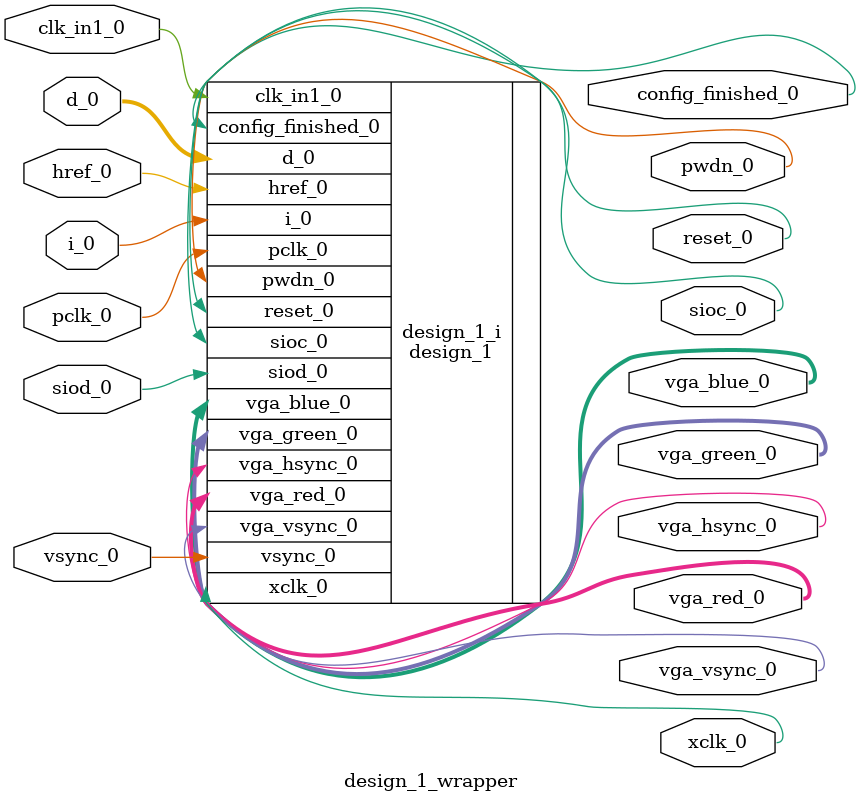
<source format=v>
`timescale 1 ps / 1 ps

module design_1_wrapper
   (clk_in1_0,
    config_finished_0,
    d_0,
    href_0,
    i_0,
    pclk_0,
    pwdn_0,
    reset_0,
    sioc_0,
    siod_0,
    vga_blue_0,
    vga_green_0,
    vga_hsync_0,
    vga_red_0,
    vga_vsync_0,
    vsync_0,
    xclk_0);
  input clk_in1_0;
  output config_finished_0;
  input [7:0]d_0;
  input href_0;
  input i_0;
  input pclk_0;
  output pwdn_0;
  output reset_0;
  output sioc_0;
  inout siod_0;
  output [3:0]vga_blue_0;
  output [3:0]vga_green_0;
  output vga_hsync_0;
  output [3:0]vga_red_0;
  output vga_vsync_0;
  input vsync_0;
  output xclk_0;

  wire clk_in1_0;
  wire config_finished_0;
  wire [7:0]d_0;
  wire href_0;
  wire i_0;
  wire pclk_0;
  wire pwdn_0;
  wire reset_0;
  wire sioc_0;
  wire siod_0;
  wire [3:0]vga_blue_0;
  wire [3:0]vga_green_0;
  wire vga_hsync_0;
  wire [3:0]vga_red_0;
  wire vga_vsync_0;
  wire vsync_0;
  wire xclk_0;

  design_1 design_1_i
       (.clk_in1_0(clk_in1_0),
        .config_finished_0(config_finished_0),
        .d_0(d_0),
        .href_0(href_0),
        .i_0(i_0),
        .pclk_0(pclk_0),
        .pwdn_0(pwdn_0),
        .reset_0(reset_0),
        .sioc_0(sioc_0),
        .siod_0(siod_0),
        .vga_blue_0(vga_blue_0),
        .vga_green_0(vga_green_0),
        .vga_hsync_0(vga_hsync_0),
        .vga_red_0(vga_red_0),
        .vga_vsync_0(vga_vsync_0),
        .vsync_0(vsync_0),
        .xclk_0(xclk_0));
endmodule

</source>
